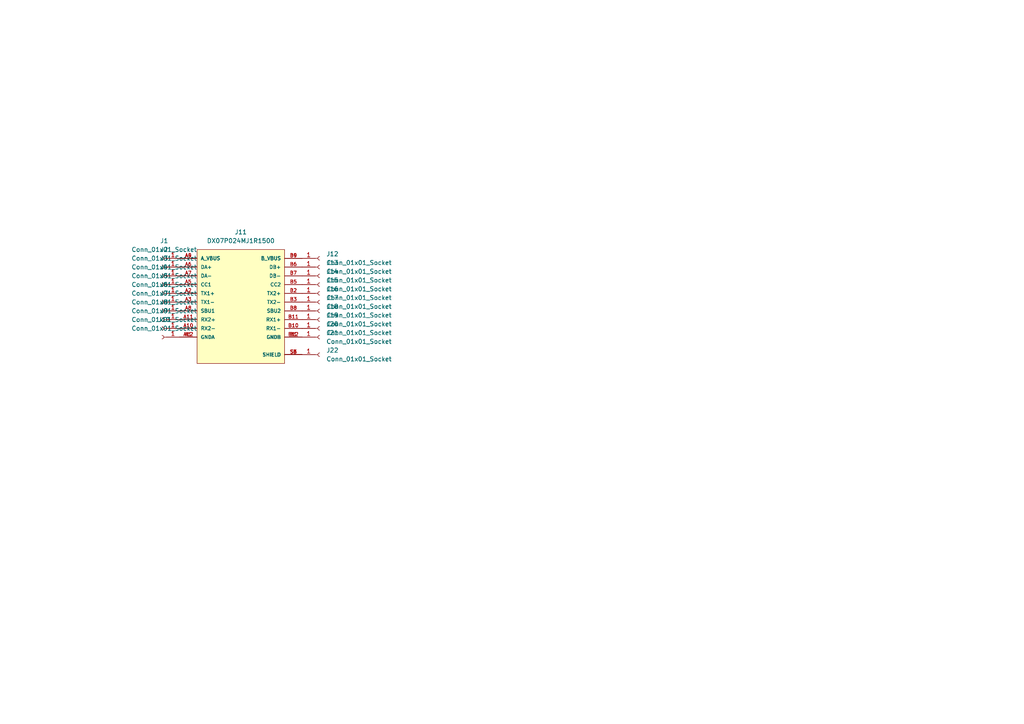
<source format=kicad_sch>
(kicad_sch (version 20230121) (generator eeschema)
  (paper "A4")
  (lib_symbols
    (symbol "Connector:Conn_01x01_Socket" (pin_names (offset 1.016) hide)
      (property "Reference" "J" (at 0 2.54 0))
      (property "Value" "Conn_01x01_Socket" (at 0 -2.54 0))
      (symbol "Conn_01x01_Socket_1_1"
        (polyline (pts (xy -1.27 0) (xy -0.508 0)) (stroke (width 0.1524)))
        (arc (start 0 0.508) (mid -0.5058 0) (end 0 -0.508) (stroke (width 0.1524)))
        (pin passive line (at -5.08 0 0) (length 3.81) (name "Pin_1") (number "1"))
      )
    )
    (symbol "DX07P024MJ1R150:DX07P024MJ1R1500" (pin_names (offset 1.016))
      (property "Reference" "J" (at -12.7386 18.3436 0))
      (property "Value" "DX07P024MJ1R1500" (at -12.7365 -17.8312 0))
      (symbol "DX07P024MJ1R1500_0_0"
        (rectangle (start -12.7 -15.24) (end 12.7 17.78) (stroke (width 0.1524)) (fill (type background)))
        (pin power_in line (at -17.78 -7.62 0) (length 5.08) (name "GNDA") (number "A1"))
        (pin passive line (at -17.78 -5.08 0) (length 5.08) (name "RX2-") (number "A10"))
        (pin passive line (at -17.78 -2.54 0) (length 5.08) (name "RX2+") (number "A11"))
        (pin power_in line (at -17.78 -7.62 0) (length 5.08) (name "GNDA") (number "A12"))
        (pin passive line (at -17.78 5.08 0) (length 5.08) (name "TX1+") (number "A2"))
        (pin passive line (at -17.78 2.54 0) (length 5.08) (name "TX1-") (number "A3"))
        (pin power_in line (at -17.78 15.24 0) (length 5.08) (name "A_VBUS") (number "A4"))
        (pin passive line (at -17.78 7.62 0) (length 5.08) (name "CC1") (number "A5"))
        (pin passive line (at -17.78 12.7 0) (length 5.08) (name "DA+") (number "A6"))
        (pin passive line (at -17.78 10.16 0) (length 5.08) (name "DA-") (number "A7"))
        (pin passive line (at -17.78 0 0) (length 5.08) (name "SBU1") (number "A8"))
        (pin power_in line (at -17.78 15.24 0) (length 5.08) (name "A_VBUS") (number "A9"))
        (pin power_in line (at 17.78 -7.62 180) (length 5.08) (name "GNDB") (number "B1"))
        (pin passive line (at 17.78 -5.08 180) (length 5.08) (name "RX1-") (number "B10"))
        (pin passive line (at 17.78 -2.54 180) (length 5.08) (name "RX1+") (number "B11"))
        (pin power_in line (at 17.78 -7.62 180) (length 5.08) (name "GNDB") (number "B12"))
        (pin passive line (at 17.78 5.08 180) (length 5.08) (name "TX2+") (number "B2"))
        (pin passive line (at 17.78 2.54 180) (length 5.08) (name "TX2-") (number "B3"))
        (pin power_in line (at 17.78 15.24 180) (length 5.08) (name "B_VBUS") (number "B4"))
        (pin passive line (at 17.78 7.62 180) (length 5.08) (name "CC2") (number "B5"))
        (pin passive line (at 17.78 12.7 180) (length 5.08) (name "DB+") (number "B6"))
        (pin passive line (at 17.78 10.16 180) (length 5.08) (name "DB-") (number "B7"))
        (pin passive line (at 17.78 0 180) (length 5.08) (name "SBU2") (number "B8"))
        (pin power_in line (at 17.78 15.24 180) (length 5.08) (name "B_VBUS") (number "B9"))
        (pin power_in line (at 17.78 -12.7 180) (length 5.08) (name "SHIELD") (number "S3"))
        (pin power_in line (at 17.78 -12.7 180) (length 5.08) (name "SHIELD") (number "S4"))
        (pin power_in line (at 17.78 -12.7 180) (length 5.08) (name "SHIELD") (number "S5"))
        (pin power_in line (at 17.78 -12.7 180) (length 5.08) (name "SHIELD") (number "S6"))
      )
    )
  )
  (symbol (lib_id "Connector:Conn_01x01_Socket") (at 46.99 77.47 180) (unit 1)
    (property "Reference" "J2" (at 47.625 72.39 0))
    (property "Value" "Conn_01x01_Socket" (at 47.625 74.93 0))
    (property "Footprint" "TestPoint:TestPoint_Pad_D1.0mm" (effects hide))
  )
  (symbol (lib_id "Connector:Conn_01x01_Socket") (at 92.71 102.87 0) (unit 1)
    (property "Reference" "J22" (at 94.615 101.6 0) (effects (justify left)))
    (property "Value" "Conn_01x01_Socket" (at 94.615 104.14 0) (effects (justify left)))
    (property "Footprint" "TestPoint:TestPoint_Pad_D1.0mm" (effects hide))
  )
  (symbol (lib_id "Connector:Conn_01x01_Socket") (at 46.99 74.93 180) (unit 1)
    (property "Reference" "J1" (at 47.625 69.85 0))
    (property "Value" "Conn_01x01_Socket" (at 47.625 72.39 0))
    (property "Footprint" "TestPoint:TestPoint_Pad_D1.0mm" (effects hide))
  )
  (symbol (lib_id "Connector:Conn_01x01_Socket") (at 46.99 87.63 180) (unit 1)
    (property "Reference" "J6" (at 47.625 82.55 0))
    (property "Value" "Conn_01x01_Socket" (at 47.625 85.09 0))
    (property "Footprint" "TestPoint:TestPoint_Pad_D1.0mm" (effects hide))
  )
  (symbol (lib_id "Connector:Conn_01x01_Socket") (at 46.99 80.01 180) (unit 1)
    (property "Reference" "J3" (at 47.625 74.93 0))
    (property "Value" "Conn_01x01_Socket" (at 47.625 77.47 0))
    (property "Footprint" "TestPoint:TestPoint_Pad_D1.0mm" (effects hide))
  )
  (symbol (lib_id "Connector:Conn_01x01_Socket") (at 92.71 77.47 0) (unit 1)
    (property "Reference" "J13" (at 94.615 76.2 0) (effects (justify left)))
    (property "Value" "Conn_01x01_Socket" (at 94.615 78.74 0) (effects (justify left)))
    (property "Footprint" "TestPoint:TestPoint_Pad_D1.0mm" (effects hide))
  )
  (symbol (lib_id "Connector:Conn_01x01_Socket") (at 92.71 74.93 0) (unit 1)
    (property "Reference" "J12" (at 94.615 73.66 0) (effects (justify left)))
    (property "Value" "Conn_01x01_Socket" (at 94.615 76.2 0) (effects (justify left)))
    (property "Footprint" "TestPoint:TestPoint_Pad_D1.0mm" (effects hide))
  )
  (symbol (lib_id "Connector:Conn_01x01_Socket") (at 46.99 95.25 180) (unit 1)
    (property "Reference" "J9" (at 47.625 90.17 0))
    (property "Value" "Conn_01x01_Socket" (at 47.625 92.71 0))
    (property "Footprint" "TestPoint:TestPoint_Pad_D1.0mm" (effects hide))
  )
  (symbol (lib_id "Connector:Conn_01x01_Socket") (at 46.99 97.79 180) (unit 1)
    (property "Reference" "J10" (at 47.625 92.71 0))
    (property "Value" "Conn_01x01_Socket" (at 47.625 95.25 0))
    (property "Footprint" "TestPoint:TestPoint_Pad_D1.0mm" (effects hide))
  )
  (symbol (lib_id "Connector:Conn_01x01_Socket") (at 92.71 82.55 0) (unit 1)
    (property "Reference" "J15" (at 94.615 81.28 0) (effects (justify left)))
    (property "Value" "Conn_01x01_Socket" (at 94.615 83.82 0) (effects (justify left)))
    (property "Footprint" "TestPoint:TestPoint_Pad_D1.0mm" (effects hide))
  )
  (symbol (lib_id "Connector:Conn_01x01_Socket") (at 92.71 80.01 0) (unit 1)
    (property "Reference" "J14" (at 94.615 78.74 0) (effects (justify left)))
    (property "Value" "Conn_01x01_Socket" (at 94.615 81.28 0) (effects (justify left)))
    (property "Footprint" "TestPoint:TestPoint_Pad_D1.0mm" (effects hide))
  )
  (symbol (lib_id "DX07P024MJ1R150:DX07P024MJ1R1500") (at 69.85 90.17 0) (unit 1)
    (property "Reference" "J11" (at 69.85 67.31 0))
    (property "Value" "DX07P024MJ1R1500" (at 69.85 69.85 0))
    (property "Footprint" "DX07P024MJ1R1500:JAE_DX07P024MJ1R1500" (effects hide))
    (property "MF" "JAE Electronics" (effects hide))
    (property "MAXIMUM_PACKAGE_HEIGHT" "1.625mm" (effects hide))
    (property "Package" "None" (effects hide))
    (property "Price" "None" (effects hide))
    (property "Check_prices" "https://www.snapeda.com/parts/DX07P024MJ1R1500/JAE+Electronics/view-part/?ref=eda" (effects hide))
    (property "STANDARD" "Manufacturer Recommendations" (effects hide))
    (property "PARTREV" "1.0" (effects hide))
    (property "SnapEDA_Link" "https://www.snapeda.com/parts/DX07P024MJ1R1500/JAE+Electronics/view-part/?ref=snap" (effects hide))
    (property "MP" "DX07P024MJ1R1500" (effects hide))
    (property "Description" "\n                        \n                            Connector, Plug top mount 24 pos. DX07 Series | JAE Electronics Inc. DX07P024MJ1R1500\n                        \n" (effects hide))
    (property "Availability" "In Stock" (effects hide))
    (property "MANUFACTURER" "JAE Electronics" (effects hide))
    (property "LCSC" "C134112" (effects hide))
  )
  (symbol (lib_id "Connector:Conn_01x01_Socket") (at 46.99 92.71 180) (unit 1)
    (property "Reference" "J8" (at 47.625 87.63 0))
    (property "Value" "Conn_01x01_Socket" (at 47.625 90.17 0))
    (property "Footprint" "TestPoint:TestPoint_Pad_D1.0mm" (effects hide))
  )
  (symbol (lib_id "Connector:Conn_01x01_Socket") (at 92.71 95.25 0) (unit 1)
    (property "Reference" "J20" (at 94.615 93.98 0) (effects (justify left)))
    (property "Value" "Conn_01x01_Socket" (at 94.615 96.52 0) (effects (justify left)))
    (property "Footprint" "TestPoint:TestPoint_Pad_D1.0mm" (effects hide))
  )
  (symbol (lib_id "Connector:Conn_01x01_Socket") (at 46.99 82.55 180) (unit 1)
    (property "Reference" "J4" (at 47.625 77.47 0))
    (property "Value" "Conn_01x01_Socket" (at 47.625 80.01 0))
    (property "Footprint" "TestPoint:TestPoint_Pad_D1.0mm" (effects hide))
  )
  (symbol (lib_id "Connector:Conn_01x01_Socket") (at 46.99 85.09 180) (unit 1)
    (property "Reference" "J5" (at 47.625 80.01 0))
    (property "Value" "Conn_01x01_Socket" (at 47.625 82.55 0))
    (property "Footprint" "TestPoint:TestPoint_Pad_D1.0mm" (effects hide))
  )
  (symbol (lib_id "Connector:Conn_01x01_Socket") (at 46.99 90.17 180) (unit 1)
    (property "Reference" "J7" (at 47.625 85.09 0))
    (property "Value" "Conn_01x01_Socket" (at 47.625 87.63 0))
    (property "Footprint" "TestPoint:TestPoint_Pad_D1.0mm" (effects hide))
  )
  (symbol (lib_id "Connector:Conn_01x01_Socket") (at 92.71 90.17 0) (unit 1)
    (property "Reference" "J18" (at 94.615 88.9 0) (effects (justify left)))
    (property "Value" "Conn_01x01_Socket" (at 94.615 91.44 0) (effects (justify left)))
    (property "Footprint" "TestPoint:TestPoint_Pad_D1.0mm" (effects hide))
  )
  (symbol (lib_id "Connector:Conn_01x01_Socket") (at 92.71 92.71 0) (unit 1)
    (property "Reference" "J19" (at 94.615 91.44 0) (effects (justify left)))
    (property "Value" "Conn_01x01_Socket" (at 94.615 93.98 0) (effects (justify left)))
    (property "Footprint" "TestPoint:TestPoint_Pad_D1.0mm" (effects hide))
  )
  (symbol (lib_id "Connector:Conn_01x01_Socket") (at 92.71 87.63 0) (unit 1)
    (property "Reference" "J17" (at 94.615 86.36 0) (effects (justify left)))
    (property "Value" "Conn_01x01_Socket" (at 94.615 88.9 0) (effects (justify left)))
    (property "Footprint" "TestPoint:TestPoint_Pad_D1.0mm" (effects hide))
  )
  (symbol (lib_id "Connector:Conn_01x01_Socket") (at 92.71 85.09 0) (unit 1)
    (property "Reference" "J16" (at 94.615 83.82 0) (effects (justify left)))
    (property "Value" "Conn_01x01_Socket" (at 94.615 86.36 0) (effects (justify left)))
    (property "Footprint" "TestPoint:TestPoint_Pad_D1.0mm" (effects hide))
  )
  (symbol (lib_id "Connector:Conn_01x01_Socket") (at 92.71 97.79 0) (unit 1)
    (property "Reference" "J21" (at 94.615 96.52 0) (effects (justify left)))
    (property "Value" "Conn_01x01_Socket" (at 94.615 99.06 0) (effects (justify left)))
    (property "Footprint" "TestPoint:TestPoint_Pad_D1.0mm" (effects hide))
  )
)
</source>
